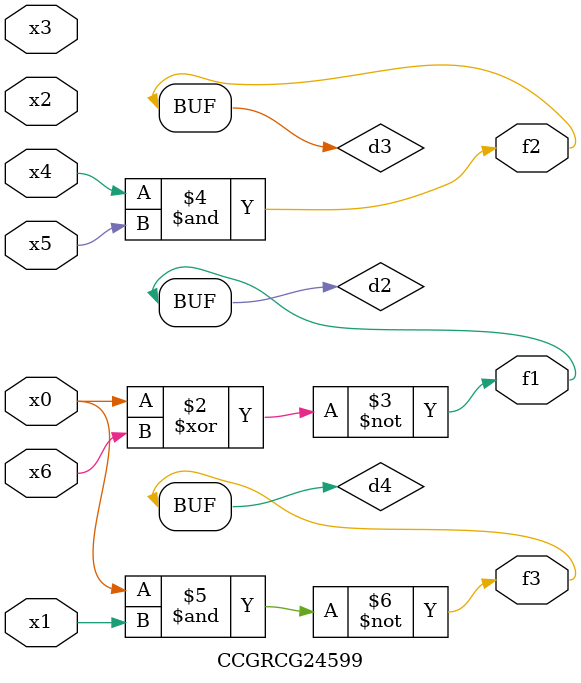
<source format=v>
module CCGRCG24599(
	input x0, x1, x2, x3, x4, x5, x6,
	output f1, f2, f3
);

	wire d1, d2, d3, d4;

	nor (d1, x0);
	xnor (d2, x0, x6);
	and (d3, x4, x5);
	nand (d4, x0, x1);
	assign f1 = d2;
	assign f2 = d3;
	assign f3 = d4;
endmodule

</source>
